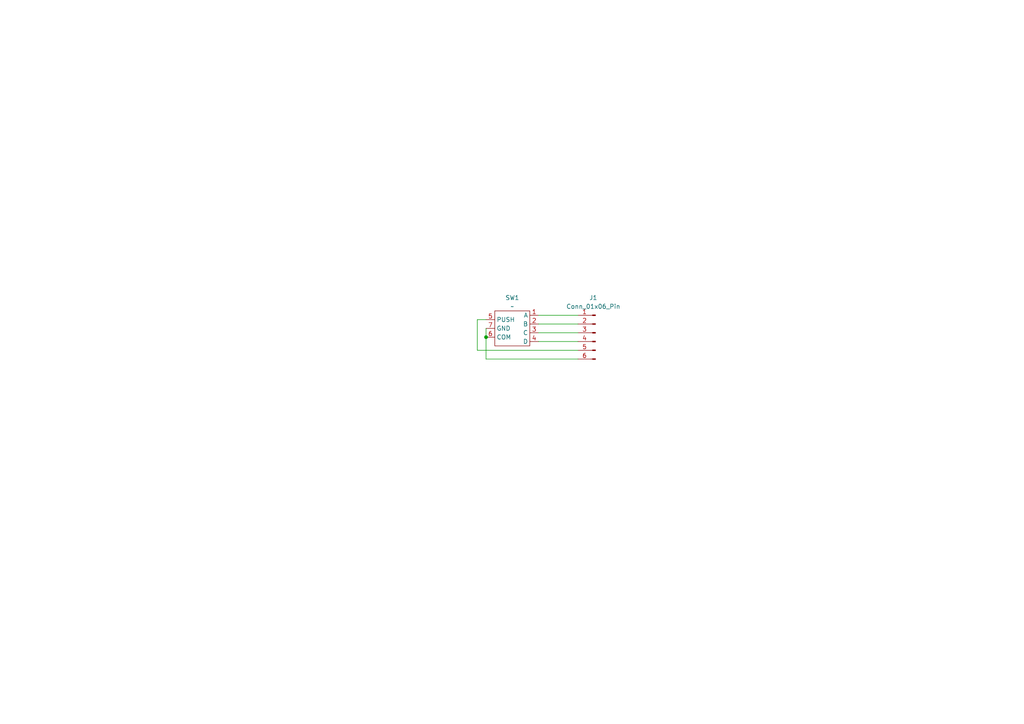
<source format=kicad_sch>
(kicad_sch (version 20231120) (generator "eeschema") (generator_version "8.0")
  (paper "A4")
  (lib_symbols
    (symbol "Connector:Conn_01x06_Pin" (pin_names (offset 1.016) hide)
      (property "Reference" "J" (at 0 7.62 0))
      (property "Value" "Conn_01x06_Pin" (at 0 -10.16 0))
      (symbol "Conn_01x06_Pin_1_1"
        (polyline (pts (xy 1.27 -7.62) (xy 0.8636 -7.62)) (stroke (width 0.1524)))
        (polyline (pts (xy 1.27 -5.08) (xy 0.8636 -5.08)) (stroke (width 0.1524)))
        (polyline (pts (xy 1.27 -2.54) (xy 0.8636 -2.54)) (stroke (width 0.1524)))
        (polyline (pts (xy 1.27 0) (xy 0.8636 0)) (stroke (width 0.1524)))
        (polyline (pts (xy 1.27 2.54) (xy 0.8636 2.54)) (stroke (width 0.1524)))
        (polyline (pts (xy 1.27 5.08) (xy 0.8636 5.08)) (stroke (width 0.1524)))
        (rectangle (start 0.8636 -7.493) (end 0 -7.747) (stroke (width 0.1524)) (fill (type outline)))
        (rectangle (start 0.8636 -4.953) (end 0 -5.207) (stroke (width 0.1524)) (fill (type outline)))
        (rectangle (start 0.8636 -2.413) (end 0 -2.667) (stroke (width 0.1524)) (fill (type outline)))
        (rectangle (start 0.8636 0.127) (end 0 -0.127) (stroke (width 0.1524)) (fill (type outline)))
        (rectangle (start 0.8636 2.667) (end 0 2.413) (stroke (width 0.1524)) (fill (type outline)))
        (rectangle (start 0.8636 5.207) (end 0 4.953) (stroke (width 0.1524)) (fill (type outline)))
        (pin passive line (at 5.08 5.08 180) (length 3.81) (name "Pin_1") (number "1"))
        (pin passive line (at 5.08 2.54 180) (length 3.81) (name "Pin_2") (number "2"))
        (pin passive line (at 5.08 0 180) (length 3.81) (name "Pin_3") (number "3"))
        (pin passive line (at 5.08 -2.54 180) (length 3.81) (name "Pin_4") (number "4"))
        (pin passive line (at 5.08 -5.08 180) (length 3.81) (name "Pin_5") (number "5"))
        (pin passive line (at 5.08 -7.62 180) (length 3.81) (name "Pin_6") (number "6"))
      )
    )
    (symbol "lib1:hat-switch"
      (property "Reference" "SW1" (at 0 8.89 0))
      (property "Value" "~" (at 0 6.35 0))
      (symbol "hat-switch_0_1"
        (rectangle (start -5.08 5.08) (end 5.08 -5.08))
      )
      (symbol "hat-switch_1_1"
        (pin bidirectional line (at 7.62 3.81 180) (length 2.54) (name "A") (number "1"))
        (pin bidirectional line (at 7.62 1.27 180) (length 2.54) (name "B") (number "2"))
        (pin bidirectional line (at 7.62 -1.27 180) (length 2.54) (name "C") (number "3"))
        (pin bidirectional line (at 7.62 -3.81 180) (length 2.54) (name "D") (number "4"))
        (pin bidirectional line (at -7.62 2.54 0) (length 2.54) (name "PUSH") (number "5"))
        (pin bidirectional line (at -7.62 -2.54 0) (length 2.54) (name "COM") (number "6"))
        (pin input line (at -7.62 0 0) (length 2.54) (name "GND") (number "7"))
      )
    )
  )
  (junction (at 140.97 97.79))
  (wire (pts (xy 140.97 95.25) (xy 140.97 97.79)))
  (wire (pts (xy 140.97 97.79) (xy 140.97 104.14)))
  (wire (pts (xy 156.21 99.06) (xy 167.64 99.06)))
  (wire (pts (xy 156.21 91.44) (xy 167.64 91.44)))
  (wire (pts (xy 156.21 96.52) (xy 167.64 96.52)))
  (wire (pts (xy 140.97 92.71) (xy 138.43 92.71)))
  (wire (pts (xy 156.21 93.98) (xy 167.64 93.98)))
  (wire (pts (xy 140.97 104.14) (xy 167.64 104.14)))
  (wire (pts (xy 138.43 92.71) (xy 138.43 101.6)))
  (wire (pts (xy 138.43 101.6) (xy 167.64 101.6)))
  (symbol (lib_id "lib1:hat-switch") (at 148.59 95.25 0) (unit 1)
    (property "Reference" "SW1" (at 148.59 86.36 0))
    (property "Value" "~" (at 148.59 88.9 0))
    (property "Footprint" "thumb-hat:hat-switch" (effects (hide yes)))
  )
  (symbol (lib_id "Connector:Conn_01x06_Pin") (at 172.72 96.52 0) (mirror y) (unit 1)
    (property "Reference" "J1" (at 172.085 86.36 0))
    (property "Value" "Conn_01x06_Pin" (at 172.085 88.9 0))
    (property "Footprint" "Connector_JST:JST_PH_B6B-PH-K_1x06_P2.00mm_Vertical" (effects (hide yes)))
    (property "Description" "Generic connector, single row, 01x06, script generated" (effects (hide yes)))
  )
)
</source>
